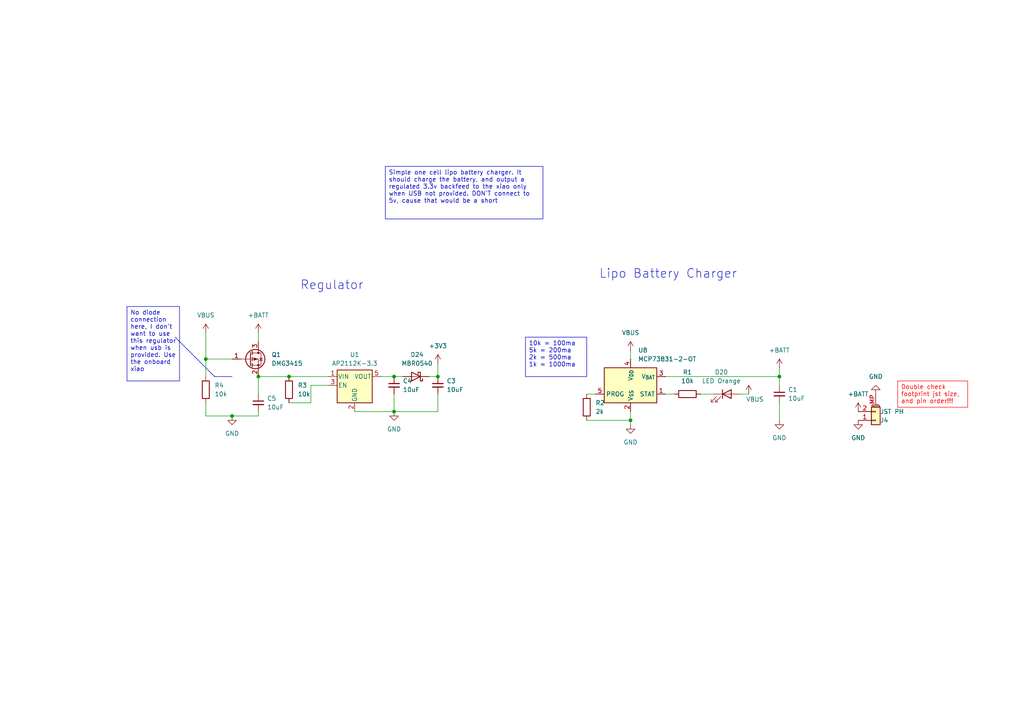
<source format=kicad_sch>
(kicad_sch (version 20231120) (generator "eeschema") (generator_version "8.0")
  (paper "A4")
  (lib_symbols
    (symbol "Battery_Management:MCP73831-2-OT"
      (property "Reference" "U" (at -7.62 6.35 0))
      (property "Value" "MCP73831-2-OT" (at 1.27 6.35 0))
      (symbol "MCP73831-2-OT_0_1"
        (rectangle (start -7.62 5.08) (end 7.62 -5.08) (stroke (width 0.254)) (fill (type background)))
      )
      (symbol "MCP73831-2-OT_1_1"
        (pin tri_state line (at 10.16 -2.54 180) (length 2.54) (name "STAT") (number "1"))
        (pin power_in line (at 0 -7.62 90) (length 2.54) (name "V_{SS}") (number "2"))
        (pin power_out line (at 10.16 2.54 180) (length 2.54) (name "V_{BAT}") (number "3"))
        (pin power_in line (at 0 7.62 270) (length 2.54) (name "V_{DD}") (number "4"))
        (pin input line (at -10.16 -2.54 0) (length 2.54) (name "PROG") (number "5"))
      )
    )
    (symbol "Connector_Generic_MountingPin:Conn_01x02_MountingPin" (pin_names (offset 1.016) hide)
      (property "Reference" "J" (at 0 2.54 0))
      (property "Value" "Conn_01x02_MountingPin" (at 1.27 -5.08 0))
      (symbol "Conn_01x02_MountingPin_1_1"
        (rectangle (start -1.27 -2.413) (end 0 -2.667) (stroke (width 0.1524)))
        (rectangle (start -1.27 0.127) (end 0 -0.127) (stroke (width 0.1524)))
        (rectangle (start -1.27 1.27) (end 1.27 -3.81) (stroke (width 0.254)) (fill (type background)))
        (polyline (pts (xy -1.016 -4.572) (xy 1.016 -4.572)) (stroke (width 0.1524)))
        (text "Mounting" (at 0 -4.191 0) (effects (font (size 0.381 0.381))))
        (pin passive line (at -5.08 0 0) (length 3.81) (name "Pin_1") (number "1"))
        (pin passive line (at -5.08 -2.54 0) (length 3.81) (name "Pin_2") (number "2"))
        (pin passive line (at 0 -7.62 90) (length 3.048) (name "MountPin") (number "MP"))
      )
    )
    (symbol "Device:C_Small" (pin_numbers hide) (pin_names (offset 0.254) hide)
      (property "Reference" "C" (at 0.254 1.778 0))
      (property "Value" "C_Small" (at 0.254 -2.032 0))
      (symbol "C_Small_0_1"
        (polyline (pts (xy -1.524 -0.508) (xy 1.524 -0.508)) (stroke (width 0.3302)))
        (polyline (pts (xy -1.524 0.508) (xy 1.524 0.508)) (stroke (width 0.3048)))
      )
      (symbol "C_Small_1_1"
        (pin passive line (at 0 2.54 270) (length 2.032) (name "~") (number "1"))
        (pin passive line (at 0 -2.54 90) (length 2.032) (name "~") (number "2"))
      )
    )
    (symbol "Device:D_Schottky" (pin_numbers hide) (pin_names (offset 1.016) hide)
      (property "Reference" "D" (at 0 2.54 0))
      (property "Value" "D_Schottky" (at 0 -2.54 0))
      (symbol "D_Schottky_0_1"
        (polyline (pts (xy 1.27 0) (xy -1.27 0)))
        (polyline (pts (xy 1.27 1.27) (xy 1.27 -1.27) (xy -1.27 0) (xy 1.27 1.27)) (stroke (width 0.254)))
        (polyline (pts (xy -1.905 0.635) (xy -1.905 1.27) (xy -1.27 1.27) (xy -1.27 -1.27) (xy -0.635 -1.27) (xy -0.635 -0.635)) (stroke (width 0.254)))
      )
      (symbol "D_Schottky_1_1"
        (pin passive line (at -3.81 0 0) (length 2.54) (name "K") (number "1"))
        (pin passive line (at 3.81 0 180) (length 2.54) (name "A") (number "2"))
      )
    )
    (symbol "Device:LED" (pin_numbers hide) (pin_names (offset 1.016) hide)
      (property "Reference" "D" (at 0 2.54 0))
      (property "Value" "LED" (at 0 -2.54 0))
      (symbol "LED_0_1"
        (polyline (pts (xy -1.27 -1.27) (xy -1.27 1.27)) (stroke (width 0.254)))
        (polyline (pts (xy -1.27 0) (xy 1.27 0)))
        (polyline (pts (xy 1.27 -1.27) (xy 1.27 1.27) (xy -1.27 0) (xy 1.27 -1.27)) (stroke (width 0.254)))
        (polyline (pts (xy -3.048 -0.762) (xy -4.572 -2.286) (xy -3.81 -2.286) (xy -4.572 -2.286) (xy -4.572 -1.524)))
        (polyline (pts (xy -1.778 -0.762) (xy -3.302 -2.286) (xy -2.54 -2.286) (xy -3.302 -2.286) (xy -3.302 -1.524)))
      )
      (symbol "LED_1_1"
        (pin passive line (at -3.81 0 0) (length 2.54) (name "K") (number "1"))
        (pin passive line (at 3.81 0 180) (length 2.54) (name "A") (number "2"))
      )
    )
    (symbol "Device:Q_PMOS_GSD" (pin_names (offset 0) hide)
      (property "Reference" "Q" (at 5.08 1.27 0))
      (property "Value" "Q_PMOS_GSD" (at 5.08 -1.27 0))
      (symbol "Q_PMOS_GSD_0_1"
        (polyline (pts (xy 0.254 0) (xy -2.54 0)))
        (polyline (pts (xy 0.254 1.905) (xy 0.254 -1.905)) (stroke (width 0.254)))
        (polyline (pts (xy 0.762 -1.27) (xy 0.762 -2.286)) (stroke (width 0.254)))
        (polyline (pts (xy 0.762 0.508) (xy 0.762 -0.508)) (stroke (width 0.254)))
        (polyline (pts (xy 0.762 2.286) (xy 0.762 1.27)) (stroke (width 0.254)))
        (polyline (pts (xy 2.54 2.54) (xy 2.54 1.778)))
        (polyline (pts (xy 2.54 -2.54) (xy 2.54 0) (xy 0.762 0)))
        (polyline (pts (xy 0.762 1.778) (xy 3.302 1.778) (xy 3.302 -1.778) (xy 0.762 -1.778)))
        (polyline (pts (xy 2.286 0) (xy 1.27 0.381) (xy 1.27 -0.381) (xy 2.286 0)) (fill (type outline)))
        (polyline (pts (xy 2.794 -0.508) (xy 2.921 -0.381) (xy 3.683 -0.381) (xy 3.81 -0.254)))
        (polyline (pts (xy 3.302 -0.381) (xy 2.921 0.254) (xy 3.683 0.254) (xy 3.302 -0.381)))
        (circle (center 1.651 0) (radius 2.794) (stroke (width 0.254)))
        (circle (center 2.54 -1.778) (radius 0.254) (fill (type outline)))
        (circle (center 2.54 1.778) (radius 0.254) (fill (type outline)))
      )
      (symbol "Q_PMOS_GSD_1_1"
        (pin input line (at -5.08 0 0) (length 2.54) (name "G") (number "1"))
        (pin passive line (at 2.54 -5.08 90) (length 2.54) (name "S") (number "2"))
        (pin passive line (at 2.54 5.08 270) (length 2.54) (name "D") (number "3"))
      )
    )
    (symbol "Device:R" (pin_numbers hide) (pin_names (offset 0))
      (property "Reference" "R" (at 2.032 0 90))
      (property "Value" "R" (at 0 0 90))
      (symbol "R_0_1"
        (rectangle (start -1.016 -2.54) (end 1.016 2.54) (stroke (width 0.254)))
      )
      (symbol "R_1_1"
        (pin passive line (at 0 3.81 270) (length 1.27) (name "~") (number "1"))
        (pin passive line (at 0 -3.81 90) (length 1.27) (name "~") (number "2"))
      )
    )
    (symbol "Regulator_Linear:AP2112K-3.3" (pin_names (offset 0.254))
      (property "Reference" "U" (at -5.08 5.715 0))
      (property "Value" "AP2112K-3.3" (at 0 5.715 0))
      (symbol "AP2112K-3.3_0_1"
        (rectangle (start -5.08 4.445) (end 5.08 -5.08) (stroke (width 0.254)) (fill (type background)))
      )
      (symbol "AP2112K-3.3_1_1"
        (pin power_in line (at -7.62 2.54 0) (length 2.54) (name "VIN") (number "1"))
        (pin power_in line (at 0 -7.62 90) (length 2.54) (name "GND") (number "2"))
        (pin input line (at -7.62 0 0) (length 2.54) (name "EN") (number "3"))
        (pin no_connect line (at 5.08 0 180) (length 2.54) hide (name "NC") (number "4"))
        (pin power_out line (at 7.62 2.54 180) (length 2.54) (name "VOUT") (number "5"))
      )
    )
    (symbol "power:+3V3" (power) (pin_numbers hide) (pin_names (offset 0) hide)
      (property "Value" "+3V3" (at 0 3.556 0))
      (symbol "+3V3_0_1"
        (polyline (pts (xy -0.762 1.27) (xy 0 2.54)))
        (polyline (pts (xy 0 0) (xy 0 2.54)))
        (polyline (pts (xy 0 2.54) (xy 0.762 1.27)))
      )
      (symbol "+3V3_1_1"
        (pin power_in line (at 0 0 90) (length 0) (name "~") (number "1"))
      )
    )
    (symbol "power:+BATT" (power) (pin_numbers hide) (pin_names (offset 0) hide)
      (property "Value" "+BATT" (at 0 3.556 0))
      (symbol "+BATT_0_1"
        (polyline (pts (xy -0.762 1.27) (xy 0 2.54)))
        (polyline (pts (xy 0 0) (xy 0 2.54)))
        (polyline (pts (xy 0 2.54) (xy 0.762 1.27)))
      )
      (symbol "+BATT_1_1"
        (pin power_in line (at 0 0 90) (length 0) (name "~") (number "1"))
      )
    )
    (symbol "power:GND" (power) (pin_numbers hide) (pin_names (offset 0) hide)
      (property "Value" "GND" (at 0 -3.81 0))
      (symbol "GND_0_1"
        (polyline (pts (xy 0 0) (xy 0 -1.27) (xy 1.27 -1.27) (xy 0 -2.54) (xy -1.27 -1.27) (xy 0 -1.27)))
      )
      (symbol "GND_1_1"
        (pin power_in line (at 0 0 270) (length 0) (name "~") (number "1"))
      )
    )
    (symbol "power:VBUS" (power) (pin_numbers hide) (pin_names (offset 0) hide)
      (property "Value" "VBUS" (at 0 3.556 0))
      (symbol "VBUS_0_1"
        (polyline (pts (xy -0.762 1.27) (xy 0 2.54)))
        (polyline (pts (xy 0 0) (xy 0 2.54)))
        (polyline (pts (xy 0 2.54) (xy 0.762 1.27)))
      )
      (symbol "VBUS_1_1"
        (pin power_in line (at 0 0 90) (length 0) (name "~") (number "1"))
      )
    )
  )
  (junction (at 127 109.22))
  (junction (at 83.82 109.22))
  (junction (at 67.31 120.65))
  (junction (at 226.06 109.22))
  (junction (at 59.69 104.14))
  (junction (at 74.93 109.22))
  (junction (at 182.88 121.92))
  (junction (at 114.3 109.22))
  (junction (at 114.3 119.38))
  (wire (pts (xy 226.06 116.84) (xy 226.06 121.92)))
  (wire (pts (xy 170.18 114.3) (xy 172.72 114.3)))
  (wire (pts (xy 59.69 120.65) (xy 67.31 120.65)))
  (wire (pts (xy 74.93 109.22) (xy 74.93 114.3)))
  (wire (pts (xy 182.88 123.19) (xy 182.88 121.92)))
  (wire (pts (xy 102.87 119.38) (xy 114.3 119.38)))
  (wire (pts (xy 59.69 96.52) (xy 59.69 104.14)))
  (wire (pts (xy 74.93 119.38) (xy 74.93 120.65)))
  (wire (pts (xy 59.69 104.14) (xy 67.31 104.14)))
  (wire (pts (xy 170.18 121.92) (xy 182.88 121.92)))
  (wire (pts (xy 114.3 109.22) (xy 116.84 109.22)))
  (wire (pts (xy 114.3 119.38) (xy 127 119.38)))
  (wire (pts (xy 226.06 106.68) (xy 226.06 109.22)))
  (wire (pts (xy 182.88 101.6) (xy 182.88 104.14)))
  (wire (pts (xy 203.2 114.3) (xy 207.01 114.3)))
  (wire (pts (xy 127 114.3) (xy 127 119.38)))
  (wire (pts (xy 124.46 109.22) (xy 127 109.22)))
  (wire (pts (xy 90.17 116.84) (xy 90.17 111.76)))
  (wire (pts (xy 182.88 121.92) (xy 182.88 119.38)))
  (polyline (pts (xy 67.31 109.22) (xy 62.23 109.22)))
  (wire (pts (xy 59.69 104.14) (xy 59.69 109.22)))
  (wire (pts (xy 193.04 114.3) (xy 195.58 114.3)))
  (wire (pts (xy 110.49 109.22) (xy 114.3 109.22)))
  (wire (pts (xy 74.93 96.52) (xy 74.93 99.06)))
  (wire (pts (xy 127 105.41) (xy 127 109.22)))
  (wire (pts (xy 83.82 116.84) (xy 90.17 116.84)))
  (wire (pts (xy 83.82 109.22) (xy 95.25 109.22)))
  (wire (pts (xy 193.04 109.22) (xy 226.06 109.22)))
  (wire (pts (xy 214.63 114.3) (xy 217.17 114.3)))
  (wire (pts (xy 59.69 116.84) (xy 59.69 120.65)))
  (wire (pts (xy 74.93 109.22) (xy 83.82 109.22)))
  (wire (pts (xy 226.06 109.22) (xy 226.06 111.76)))
  (wire (pts (xy 114.3 114.3) (xy 114.3 119.38)))
  (wire (pts (xy 74.93 120.65) (xy 67.31 120.65)))
  (wire (pts (xy 90.17 111.76) (xy 95.25 111.76)))
  (polyline (pts (xy 50.8 97.79) (xy 62.23 109.22)))
  (text_box "10k = 100ma\n5k = 200ma\n2k = 500ma\n1k = 1000ma" (at 152.4 97.79 0) (size 17.78 11.43) (effects (font (size 1.27 1.27)) (justify left top)))
  (text_box "No diode connection here, I don't want to use this regulator when usb is provided. Use the onboard xiao" (at 36.83 88.9 0) (size 15.24 21.59) (effects (font (size 1.27 1.27)) (justify left top)))
  (text_box "Simple one cell lipo battery charger. It should charge the battery, and output a regulated 3.3v backfeed to the xiao only when USB not provided. DON'T connect to 5v, cause that would be a short" (at 111.76 48.26 0) (size 45.72 15.24) (effects (font (size 1.27 1.27)) (justify left top)))
  (text_box "Double check footprint jst size, and pin order!!!" (at 260.35 110.49 0) (size 20.32 7.62) (stroke (width 0) (color 255 0 0 1)) (effects (font (size 1.27 1.27)) (justify left top)))
  (text "Lipo Battery Charger" (at 193.802 79.502 0) (effects (font (size 2.54 2.54))))
  (text "Regulator" (at 96.266 82.804 0) (effects (font (size 2.54 2.54))))
  (symbol (lib_id "Device:D_Schottky") (at 120.65 109.22 180) (unit 1)
    (property "Reference" "D24" (at 120.9675 102.87 0))
    (property "Value" "MBR0540" (at 120.9675 105.41 0))
    (property "Footprint" "Diode_SMD:Nexperia_CFP3_SOD-123W" (effects (hide yes)))
    (property "Description" "Schottky diode" (effects (hide yes)))
  )
  (symbol (lib_id "power:GND") (at 254 114.3 180) (unit 1)
    (property "Reference" "#PWR26" (effects (hide yes)))
    (property "Value" "GND" (at 254 109.22 0))
    (property "Description" "Power symbol creates a global label with name \"GND\" , ground" (effects (hide yes)))
  )
  (symbol (lib_id "Device:Q_PMOS_GSD") (at 72.39 104.14 0) (unit 1)
    (property "Reference" "Q1" (at 78.74 102.8699 0) (effects (justify left)))
    (property "Value" "DMG3415" (at 78.74 105.4099 0) (effects (justify left)))
    (property "Footprint" "Package_TO_SOT_SMD:SOT-23-3" (effects (hide yes)))
    (property "Description" "P-MOSFET transistor, gate/source/drain" (effects (hide yes)))
  )
  (symbol (lib_id "power:GND") (at 182.88 123.19 0) (unit 1)
    (property "Reference" "#PWR20" (effects (hide yes)))
    (property "Value" "GND" (at 182.88 128.27 0))
    (property "Description" "Power symbol creates a global label with name \"GND\" , ground" (effects (hide yes)))
  )
  (symbol (lib_id "power:+BATT") (at 226.06 106.68 0) (unit 1)
    (property "Reference" "#PWR21" (effects (hide yes)))
    (property "Value" "+BATT" (at 226.06 101.6 0))
    (property "Description" "Power symbol creates a global label with name \"+BATT\"" (effects (hide yes)))
  )
  (symbol (lib_id "power:+BATT") (at 248.92 119.38 0) (unit 1)
    (property "Reference" "#PWR15" (effects (hide yes)))
    (property "Value" "+BATT" (at 248.92 114.3 0))
    (property "Description" "Power symbol creates a global label with name \"+BATT\"" (effects (hide yes)))
  )
  (symbol (lib_id "power:GND") (at 114.3 119.38 0) (unit 1)
    (property "Reference" "#PWR29" (effects (hide yes)))
    (property "Value" "GND" (at 114.3 124.46 0))
    (property "Description" "Power symbol creates a global label with name \"GND\" , ground" (effects (hide yes)))
  )
  (symbol (lib_id "Device:LED") (at 210.82 114.3 0) (unit 1)
    (property "Reference" "D20" (at 209.2325 107.95 0))
    (property "Value" "LED Orange" (at 209.2325 110.49 0))
    (property "Footprint" "LED_SMD:LED_0603_1608Metric" (effects (hide yes)))
    (property "Description" "Light emitting diode" (effects (hide yes)))
  )
  (symbol (lib_id "Connector_Generic_MountingPin:Conn_01x02_MountingPin") (at 254 121.92 0) (mirror x) (unit 1)
    (property "Reference" "J4" (at 255.27 121.9201 0) (effects (justify left)))
    (property "Value" "JST PH" (at 255.27 119.3801 0) (effects (justify left)))
    (property "Footprint" "Connector_JST:JST_PH_S2B-PH-SM4-TB_1x02-1MP_P2.00mm_Horizontal" (effects (hide yes)))
    (property "Description" "Generic connectable mounting pin connector, single row, 01x02, script generated (kicad-library-utils/schlib/autogen/connector/)" (effects (hide yes)))
  )
  (symbol (lib_id "power:VBUS") (at 182.88 101.6 0) (unit 1)
    (property "Reference" "#PWR19" (effects (hide yes)))
    (property "Value" "VBUS" (at 182.88 96.52 0))
    (property "Description" "Power symbol creates a global label with name \"VBUS\"" (effects (hide yes)))
  )
  (symbol (lib_id "power:GND") (at 248.92 121.92 0) (unit 1)
    (property "Reference" "#PWR025" (effects (hide yes)))
    (property "Value" "GND" (at 248.92 127 0))
    (property "Description" "Power symbol creates a global label with name \"GND\" , ground" (effects (hide yes)))
  )
  (symbol (lib_id "Device:C_Small") (at 114.3 111.76 0) (unit 1)
    (property "Reference" "C4" (at 116.84 110.4962 0) (effects (justify left)))
    (property "Value" "10uF" (at 116.84 113.0362 0) (effects (justify left)))
    (property "Footprint" "Capacitor_SMD:C_0805_2012Metric" (effects (hide yes)))
    (property "Description" "Unpolarized capacitor, small symbol" (effects (hide yes)))
  )
  (symbol (lib_id "Device:R") (at 83.82 113.03 180) (unit 1)
    (property "Reference" "R3" (at 86.36 111.7599 0) (effects (justify right)))
    (property "Value" "10k" (at 86.36 114.2999 0) (effects (justify right)))
    (property "Footprint" "Resistor_SMD:R_0805_2012Metric" (effects (hide yes)))
    (property "Description" "Resistor" (effects (hide yes)))
  )
  (symbol (lib_id "power:VBUS") (at 59.69 96.52 0) (unit 1)
    (property "Reference" "#PWR28" (effects (hide yes)))
    (property "Value" "VBUS" (at 59.69 91.44 0))
    (property "Description" "Power symbol creates a global label with name \"VBUS\"" (effects (hide yes)))
  )
  (symbol (lib_id "power:VBUS") (at 217.17 114.3 0) (unit 1)
    (property "Reference" "#PWR17" (effects (hide yes)))
    (property "Value" "VBUS" (at 218.948 115.824 0))
    (property "Description" "Power symbol creates a global label with name \"VBUS\"" (effects (hide yes)))
  )
  (symbol (lib_id "Battery_Management:MCP73831-2-OT") (at 182.88 111.76 0) (unit 1)
    (property "Reference" "U8" (at 185.0741 101.6 0) (effects (justify left)))
    (property "Value" "MCP73831-2-OT" (at 185.0741 104.14 0) (effects (justify left)))
    (property "Footprint" "Package_TO_SOT_SMD:SOT-23-5" (effects (hide yes)))
    (property "Datasheet" "http://ww1.microchip.com/downloads/en/DeviceDoc/20001984g.pdf" (effects (hide yes)))
    (property "Description" "Single cell, Li-Ion/Li-Po charge management controller, 4.20V, Tri-State Status Output, in SOT23-5 package" (effects (hide yes)))
  )
  (symbol (lib_id "Device:R") (at 199.39 114.3 90) (unit 1)
    (property "Reference" "R1" (at 199.39 107.95 90))
    (property "Value" "10k" (at 199.39 110.49 90))
    (property "Footprint" "Resistor_SMD:R_0805_2012Metric" (effects (hide yes)))
    (property "Description" "Resistor" (effects (hide yes)))
  )
  (symbol (lib_id "Device:C_Small") (at 74.93 116.84 0) (unit 1)
    (property "Reference" "C5" (at 77.47 115.5762 0) (effects (justify left)))
    (property "Value" "10uF" (at 77.47 118.1162 0) (effects (justify left)))
    (property "Footprint" "Capacitor_SMD:C_0805_2012Metric" (effects (hide yes)))
    (property "Description" "Unpolarized capacitor, small symbol" (effects (hide yes)))
  )
  (symbol (lib_id "power:+3V3") (at 127 105.41 0) (unit 1)
    (property "Reference" "#PWR27" (effects (hide yes)))
    (property "Value" "+3V3" (at 127 100.33 0))
    (property "Description" "Power symbol creates a global label with name \"+3V3\"" (effects (hide yes)))
  )
  (symbol (lib_id "power:GND") (at 67.31 120.65 0) (unit 1)
    (property "Reference" "#PWR24" (effects (hide yes)))
    (property "Value" "GND" (at 67.31 125.73 0))
    (property "Description" "Power symbol creates a global label with name \"GND\" , ground" (effects (hide yes)))
  )
  (symbol (lib_id "Device:C_Small") (at 226.06 114.3 0) (unit 1)
    (property "Reference" "C1" (at 228.6 113.0362 0) (effects (justify left)))
    (property "Value" "10uF" (at 228.6 115.5762 0) (effects (justify left)))
    (property "Footprint" "Capacitor_SMD:C_0805_2012Metric" (effects (hide yes)))
    (property "Description" "Unpolarized capacitor, small symbol" (effects (hide yes)))
  )
  (symbol (lib_id "Device:C_Small") (at 127 111.76 0) (unit 1)
    (property "Reference" "C3" (at 129.54 110.4962 0) (effects (justify left)))
    (property "Value" "10uF" (at 129.54 113.0362 0) (effects (justify left)))
    (property "Footprint" "Capacitor_SMD:C_0805_2012Metric" (effects (hide yes)))
    (property "Description" "Unpolarized capacitor, small symbol" (effects (hide yes)))
  )
  (symbol (lib_id "power:+BATT") (at 74.93 96.52 0) (unit 1)
    (property "Reference" "#PWR30" (effects (hide yes)))
    (property "Value" "+BATT" (at 74.93 91.44 0))
    (property "Description" "Power symbol creates a global label with name \"+BATT\"" (effects (hide yes)))
  )
  (symbol (lib_id "Device:R") (at 170.18 118.11 180) (unit 1)
    (property "Reference" "R2" (at 172.72 116.8399 0) (effects (justify right)))
    (property "Value" "2k" (at 172.72 119.3799 0) (effects (justify right)))
    (property "Footprint" "Resistor_SMD:R_0805_2012Metric" (effects (hide yes)))
    (property "Description" "Resistor" (effects (hide yes)))
  )
  (symbol (lib_id "Regulator_Linear:AP2112K-3.3") (at 102.87 111.76 0) (unit 1)
    (property "Reference" "U1" (at 102.87 102.87 0))
    (property "Value" "AP2112K-3.3" (at 102.87 105.41 0))
    (property "Footprint" "Package_TO_SOT_SMD:SOT-23-5" (effects (hide yes)))
    (property "Datasheet" "https://www.diodes.com/assets/Datasheets/AP2112.pdf" (effects (hide yes)))
    (property "Description" "600mA low dropout linear regulator, with enable pin, 3.8V-6V input voltage range, 3.3V fixed positive output, SOT-23-5" (effects (hide yes)))
  )
  (symbol (lib_id "Device:R") (at 59.69 113.03 180) (unit 1)
    (property "Reference" "R4" (at 62.23 111.7599 0) (effects (justify right)))
    (property "Value" "10k" (at 62.23 114.2999 0) (effects (justify right)))
    (property "Footprint" "Resistor_SMD:R_0805_2012Metric" (effects (hide yes)))
    (property "Description" "Resistor" (effects (hide yes)))
  )
  (symbol (lib_id "power:GND") (at 226.06 121.92 0) (unit 1)
    (property "Reference" "#PWR22" (effects (hide yes)))
    (property "Value" "GND" (at 226.06 127 0))
    (property "Description" "Power symbol creates a global label with name \"GND\" , ground" (effects (hide yes)))
  )
)
</source>
